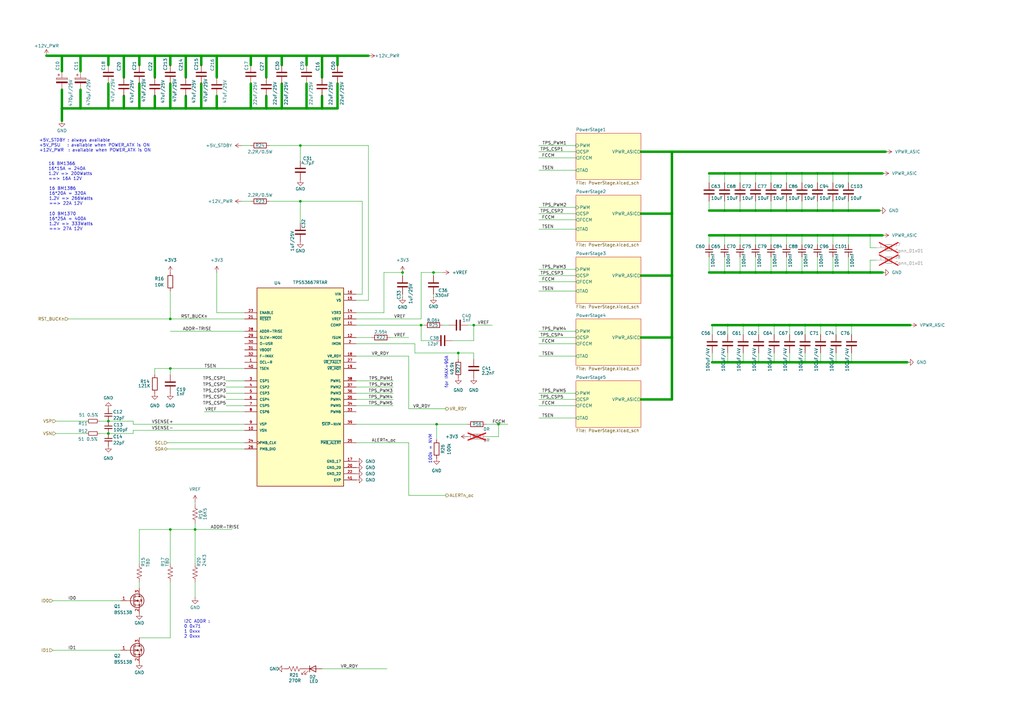
<source format=kicad_sch>
(kicad_sch (version 20231120) (generator "eeschema") (generator_version "8.0")
  (paper "A3")
  (junction (at 115.57 22.86))
  (junction (at 298.45 148.59))
  (junction (at 311.15 148.59))
  (junction (at 88.9 22.86))
  (junction (at 341.63 86.36))
  (junction (at 33.02 44.45))
  (junction (at 298.45 133.35))
  (junction (at 297.18 111.76))
  (junction (at 109.22 44.45))
  (junction (at 44.45 177.8))
  (junction (at 303.53 86.36))
  (junction (at 349.25 148.59))
  (junction (at 304.8 133.35))
  (junction (at 349.25 133.35))
  (junction (at 317.5 133.35))
  (junction (at 297.18 96.52))
  (junction (at 88.9 44.45))
  (junction (at 63.5 22.86))
  (junction (at 336.55 148.59))
  (junction (at 177.8 111.76))
  (junction (at 328.93 96.52))
  (junction (at 309.88 111.76))
  (junction (at 309.88 96.52))
  (junction (at 341.63 71.12))
  (junction (at 132.08 44.45))
  (junction (at 69.85 151.13))
  (junction (at 69.85 130.81))
  (junction (at 50.8 22.86))
  (junction (at 317.5 148.59))
  (junction (at 44.45 44.45))
  (junction (at 328.93 86.36))
  (junction (at 322.58 96.52))
  (junction (at 316.23 71.12))
  (junction (at 347.98 86.36))
  (junction (at 316.23 86.36))
  (junction (at 275.59 87.63))
  (junction (at 330.2 133.35))
  (junction (at 165.1 111.76))
  (junction (at 297.18 71.12))
  (junction (at 125.73 22.86))
  (junction (at 356.87 111.76))
  (junction (at 342.9 148.59))
  (junction (at 304.8 148.59))
  (junction (at 303.53 71.12))
  (junction (at 335.28 86.36))
  (junction (at 80.01 217.17))
  (junction (at 82.55 22.86))
  (junction (at 330.2 148.59))
  (junction (at 25.4 44.45))
  (junction (at 335.28 96.52))
  (junction (at 275.59 138.43))
  (junction (at 347.98 71.12))
  (junction (at 50.8 44.45))
  (junction (at 356.87 96.52))
  (junction (at 115.57 44.45))
  (junction (at 179.07 173.99))
  (junction (at 204.47 173.99))
  (junction (at 347.98 111.76))
  (junction (at 328.93 71.12))
  (junction (at 303.53 96.52))
  (junction (at 342.9 133.35))
  (junction (at 125.73 44.45))
  (junction (at 69.85 44.45))
  (junction (at 323.85 148.59))
  (junction (at 123.19 82.55))
  (junction (at 322.58 71.12))
  (junction (at 341.63 111.76))
  (junction (at 69.85 22.86))
  (junction (at 297.18 86.36))
  (junction (at 33.02 22.86))
  (junction (at 309.88 86.36))
  (junction (at 194.31 133.35))
  (junction (at 109.22 22.86))
  (junction (at 102.87 44.45))
  (junction (at 303.53 111.76))
  (junction (at 57.15 22.86))
  (junction (at 347.98 96.52))
  (junction (at 76.2 44.45))
  (junction (at 335.28 71.12))
  (junction (at 328.93 111.76))
  (junction (at 275.59 113.03))
  (junction (at 44.45 22.86))
  (junction (at 341.63 96.52))
  (junction (at 322.58 86.36))
  (junction (at 316.23 111.76))
  (junction (at 44.45 172.72))
  (junction (at 311.15 133.35))
  (junction (at 82.55 44.45))
  (junction (at 132.08 22.86))
  (junction (at 25.4 22.86))
  (junction (at 102.87 22.86))
  (junction (at 309.88 71.12))
  (junction (at 138.43 22.86))
  (junction (at 323.85 133.35))
  (junction (at 335.28 111.76))
  (junction (at 76.2 22.86))
  (junction (at 187.96 144.78))
  (junction (at 123.19 59.69))
  (junction (at 57.15 44.45))
  (junction (at 172.72 133.35))
  (junction (at 275.59 62.23))
  (junction (at 322.58 111.76))
  (junction (at 336.55 133.35))
  (junction (at 316.23 96.52))
  (junction (at 69.85 217.17))
  (junction (at 63.5 44.45))
  (wire (pts (xy 57.15 22.86) (xy 63.5 22.86)) (stroke (width 1)))
  (wire (pts (xy 316.23 86.36) (xy 322.58 86.36)) (stroke (width 1)))
  (wire (pts (xy 138.43 34.29) (xy 138.43 44.45)) (stroke (width 1)))
  (wire (pts (xy 297.18 105.41) (xy 297.18 111.76)))
  (wire (pts (xy 328.93 111.76) (xy 330.2 111.76)))
  (wire (pts (xy 220.98 138.43) (xy 236.22 138.43)))
  (wire (pts (xy 292.1 148.59) (xy 298.45 148.59)) (stroke (width 1)))
  (wire (pts (xy 335.28 96.52) (xy 341.63 96.52)) (stroke (width 1)))
  (wire (pts (xy 323.85 137.16) (xy 323.85 133.35)))
  (wire (pts (xy 146.05 128.27) (xy 157.48 128.27)))
  (wire (pts (xy 262.89 62.23) (xy 275.59 62.23)) (stroke (width 1)))
  (wire (pts (xy 342.9 148.59) (xy 349.25 148.59)) (stroke (width 1)))
  (wire (pts (xy 298.45 148.59) (xy 304.8 148.59)) (stroke (width 1)))
  (wire (pts (xy 304.8 137.16) (xy 304.8 133.35)))
  (wire (pts (xy 88.9 44.45) (xy 102.87 44.45)) (stroke (width 1)))
  (wire (pts (xy 342.9 144.78) (xy 342.9 148.59)))
  (wire (pts (xy 220.98 110.49) (xy 236.22 110.49)))
  (wire (pts (xy 347.98 71.12) (xy 361.95 71.12)) (stroke (width 1)))
  (wire (pts (xy 57.15 44.45) (xy 63.5 44.45)) (stroke (width 1)))
  (wire (pts (xy 349.25 148.59) (xy 372.11 148.59)) (stroke (width 1)))
  (wire (pts (xy 172.72 111.76) (xy 177.8 111.76)))
  (wire (pts (xy 297.18 82.55) (xy 297.18 86.36)))
  (wire (pts (xy 40.64 172.72) (xy 44.45 172.72)))
  (wire (pts (xy 146.05 161.29) (xy 161.29 161.29)))
  (wire (pts (xy 102.87 34.29) (xy 102.87 44.45)) (stroke (width 1)))
  (wire (pts (xy 125.73 22.86) (xy 132.08 22.86)) (stroke (width 1)))
  (wire (pts (xy 69.85 151.13) (xy 100.33 151.13)))
  (wire (pts (xy 309.88 86.36) (xy 316.23 86.36)) (stroke (width 1)))
  (wire (pts (xy 220.98 62.23) (xy 236.22 62.23)))
  (wire (pts (xy 309.88 82.55) (xy 309.88 86.36)))
  (wire (pts (xy 311.15 148.59) (xy 317.5 148.59)) (stroke (width 1)))
  (wire (pts (xy 309.88 105.41) (xy 309.88 111.76)))
  (wire (pts (xy 342.9 133.35) (xy 342.9 137.16)))
  (wire (pts (xy 194.31 133.35) (xy 201.93 133.35)))
  (wire (pts (xy 115.57 44.45) (xy 125.73 44.45)) (stroke (width 1)))
  (wire (pts (xy 341.63 96.52) (xy 341.63 100.33)))
  (wire (pts (xy 185.42 139.7) (xy 194.31 139.7)))
  (wire (pts (xy 102.87 44.45) (xy 109.22 44.45)) (stroke (width 1)))
  (wire (pts (xy 115.57 22.86) (xy 125.73 22.86)) (stroke (width 1)))
  (wire (pts (xy 54.61 176.53) (xy 54.61 177.8)))
  (wire (pts (xy 115.57 22.86) (xy 115.57 26.67)) (stroke (width 1)))
  (wire (pts (xy 157.48 111.76) (xy 165.1 111.76)))
  (wire (pts (xy 317.5 133.35) (xy 317.5 137.16)))
  (wire (pts (xy 167.64 167.64) (xy 167.64 146.05)))
  (wire (pts (xy 317.5 148.59) (xy 323.85 148.59)) (stroke (width 1)))
  (wire (pts (xy 341.63 86.36) (xy 347.98 86.36)) (stroke (width 1)))
  (wire (pts (xy 50.8 22.86) (xy 57.15 22.86)))
  (wire (pts (xy 303.53 74.93) (xy 303.53 71.12)))
  (wire (pts (xy 151.13 59.69) (xy 151.13 123.19)))
  (wire (pts (xy 316.23 71.12) (xy 316.23 74.93)))
  (wire (pts (xy 328.93 96.52) (xy 335.28 96.52)) (stroke (width 1)))
  (wire (pts (xy 102.87 59.69) (xy 99.06 59.69)))
  (wire (pts (xy 342.9 133.35) (xy 344.17 133.35)))
  (wire (pts (xy 220.98 85.09) (xy 236.22 85.09)))
  (wire (pts (xy 323.85 144.78) (xy 323.85 148.59)))
  (wire (pts (xy 298.45 144.78) (xy 298.45 148.59)))
  (wire (pts (xy 335.28 71.12) (xy 335.28 74.93)))
  (wire (pts (xy 322.58 100.33) (xy 322.58 96.52)))
  (wire (pts (xy 88.9 22.86) (xy 102.87 22.86)))
  (wire (pts (xy 194.31 144.78) (xy 187.96 144.78)))
  (wire (pts (xy 347.98 86.36) (xy 360.68 86.36)) (stroke (width 1)))
  (wire (pts (xy 341.63 71.12) (xy 342.9 71.12)))
  (wire (pts (xy 356.87 106.68) (xy 356.87 111.76)))
  (wire (pts (xy 297.18 96.52) (xy 303.53 96.52)) (stroke (width 1)))
  (wire (pts (xy 349.25 133.35) (xy 373.38 133.35)) (stroke (width 1)))
  (wire (pts (xy 21.59 246.38) (xy 49.53 246.38)))
  (wire (pts (xy 303.53 111.76) (xy 304.8 111.76)))
  (wire (pts (xy 179.07 173.99) (xy 191.77 173.99)))
  (wire (pts (xy 336.55 144.78) (xy 336.55 148.59)))
  (wire (pts (xy 146.05 163.83) (xy 161.29 163.83)))
  (wire (pts (xy 109.22 39.37) (xy 109.22 44.45)) (stroke (width 1)))
  (wire (pts (xy 341.63 105.41) (xy 341.63 111.76)))
  (wire (pts (xy 187.96 144.78) (xy 187.96 147.32)))
  (wire (pts (xy 290.83 105.41) (xy 290.83 111.76)))
  (wire (pts (xy 19.05 22.86) (xy 25.4 22.86)) (stroke (width 1)))
  (wire (pts (xy 303.53 105.41) (xy 303.53 111.76)))
  (wire (pts (xy 297.18 96.52) (xy 297.18 100.33)))
  (wire (pts (xy 146.05 181.61) (xy 167.64 181.61)))
  (wire (pts (xy 115.57 34.29) (xy 115.57 44.45)) (stroke (width 1)))
  (wire (pts (xy 146.05 156.21) (xy 161.29 156.21)))
  (wire (pts (xy 275.59 138.43) (xy 275.59 113.03)) (stroke (width 1)))
  (wire (pts (xy 172.72 133.35) (xy 172.72 139.7)))
  (wire (pts (xy 76.2 39.37) (xy 76.2 44.45)) (stroke (width 1)))
  (wire (pts (xy 199.39 173.99) (xy 204.47 173.99)))
  (wire (pts (xy 328.93 71.12) (xy 335.28 71.12)) (stroke (width 1)))
  (wire (pts (xy 341.63 96.52) (xy 347.98 96.52)) (stroke (width 1)))
  (wire (pts (xy 165.1 111.76) (xy 165.1 113.03)))
  (wire (pts (xy 25.4 29.21) (xy 25.4 25.4)))
  (wire (pts (xy 262.89 113.03) (xy 275.59 113.03)) (stroke (width 1)))
  (wire (pts (xy 335.28 96.52) (xy 335.28 100.33)))
  (wire (pts (xy 44.45 172.72) (xy 54.61 172.72)))
  (wire (pts (xy 82.55 22.86) (xy 82.55 26.67)) (stroke (width 1)))
  (wire (pts (xy 80.01 217.17) (xy 95.25 217.17)))
  (wire (pts (xy 76.2 22.86) (xy 82.55 22.86)))
  (wire (pts (xy 69.85 119.38) (xy 69.85 130.81)))
  (wire (pts (xy 172.72 133.35) (xy 173.99 133.35)))
  (wire (pts (xy 204.47 179.07) (xy 204.47 173.99)))
  (wire (pts (xy 330.2 148.59) (xy 336.55 148.59)) (stroke (width 1)))
  (wire (pts (xy 298.45 133.35) (xy 298.45 137.16)))
  (wire (pts (xy 102.87 22.86) (xy 102.87 26.67)) (stroke (width 1)))
  (wire (pts (xy 138.43 22.86) (xy 138.43 26.67)) (stroke (width 1)))
  (wire (pts (xy 25.4 36.83) (xy 25.4 44.45)) (stroke (width 1)))
  (wire (pts (xy 191.77 133.35) (xy 194.31 133.35)))
  (wire (pts (xy 298.45 133.35) (xy 304.8 133.35)) (stroke (width 1)))
  (wire (pts (xy 303.53 111.76) (xy 309.88 111.76)) (stroke (width 1)))
  (wire (pts (xy 309.88 96.52) (xy 316.23 96.52)) (stroke (width 1)))
  (wire (pts (xy 290.83 71.12) (xy 297.18 71.12)) (stroke (width 1)))
  (wire (pts (xy 109.22 22.86) (xy 115.57 22.86)) (stroke (width 1)))
  (wire (pts (xy 336.55 133.35) (xy 342.9 133.35)) (stroke (width 1)))
  (wire (pts (xy 69.85 34.29) (xy 69.85 44.45)) (stroke (width 1)))
  (wire (pts (xy 69.85 238.76) (xy 69.85 261.62)))
  (wire (pts (xy 347.98 86.36) (xy 350.52 86.36)))
  (wire (pts (xy 322.58 111.76) (xy 328.93 111.76)) (stroke (width 1)))
  (wire (pts (xy 322.58 74.93) (xy 322.58 71.12)))
  (wire (pts (xy 220.98 146.05) (xy 236.22 146.05)))
  (wire (pts (xy 102.87 82.55) (xy 99.06 82.55)))
  (wire (pts (xy 317.5 144.78) (xy 317.5 148.59)))
  (wire (pts (xy 44.45 22.86) (xy 44.45 26.67)) (stroke (width 1)))
  (wire (pts (xy 92.71 161.29) (xy 100.33 161.29)))
  (wire (pts (xy 132.08 39.37) (xy 132.08 44.45)) (stroke (width 1)))
  (wire (pts (xy 335.28 82.55) (xy 335.28 86.36)))
  (wire (pts (xy 349.25 148.59) (xy 351.79 148.59)))
  (wire (pts (xy 88.9 111.76) (xy 88.9 128.27)))
  (wire (pts (xy 322.58 105.41) (xy 322.58 111.76)))
  (wire (pts (xy 220.98 113.03) (xy 236.22 113.03)))
  (wire (pts (xy 57.15 217.17) (xy 57.15 231.14)))
  (wire (pts (xy 347.98 82.55) (xy 347.98 86.36)))
  (wire (pts (xy 92.71 158.75) (xy 100.33 158.75)))
  (wire (pts (xy 290.83 71.12) (xy 290.83 74.93)))
  (wire (pts (xy 63.5 39.37) (xy 63.5 44.45)) (stroke (width 1)))
  (wire (pts (xy 69.85 151.13) (xy 69.85 153.67)))
  (wire (pts (xy 220.98 90.17) (xy 236.22 90.17)))
  (wire (pts (xy 148.59 120.65) (xy 148.59 82.55)))
  (wire (pts (xy 50.8 22.86) (xy 50.8 31.75)) (stroke (width 1)))
  (wire (pts (xy 57.15 34.29) (xy 57.15 44.45)) (stroke (width 1)))
  (wire (pts (xy 220.98 59.69) (xy 236.22 59.69)))
  (wire (pts (xy 342.9 133.35) (xy 349.25 133.35)) (stroke (width 1)))
  (wire (pts (xy 322.58 111.76) (xy 323.85 111.76)))
  (wire (pts (xy 309.88 96.52) (xy 311.15 96.52)))
  (wire (pts (xy 44.45 177.8) (xy 54.61 177.8)))
  (wire (pts (xy 335.28 111.76) (xy 341.63 111.76)) (stroke (width 1)))
  (wire (pts (xy 303.53 96.52) (xy 309.88 96.52)) (stroke (width 1)))
  (wire (pts (xy 341.63 111.76) (xy 344.17 111.76)))
  (wire (pts (xy 322.58 86.36) (xy 328.93 86.36)) (stroke (width 1)))
  (wire (pts (xy 290.83 82.55) (xy 290.83 86.36)))
  (wire (pts (xy 88.9 22.86) (xy 102.87 22.86)) (stroke (width 1)))
  (wire (pts (xy 69.85 130.81) (xy 100.33 130.81)))
  (wire (pts (xy 275.59 163.83) (xy 275.59 138.43)) (stroke (width 1)))
  (wire (pts (xy 146.05 173.99) (xy 179.07 173.99)))
  (wire (pts (xy 170.18 144.78) (xy 170.18 140.97)))
  (wire (pts (xy 341.63 86.36) (xy 342.9 86.36)))
  (wire (pts (xy 323.85 133.35) (xy 330.2 133.35)) (stroke (width 1)))
  (wire (pts (xy 83.82 168.91) (xy 100.33 168.91)))
  (wire (pts (xy 44.45 44.45) (xy 50.8 44.45)) (stroke (width 1)))
  (wire (pts (xy 309.88 111.76) (xy 316.23 111.76)) (stroke (width 1)))
  (wire (pts (xy 220.98 115.57) (xy 236.22 115.57)))
  (wire (pts (xy 328.93 96.52) (xy 328.93 100.33)))
  (wire (pts (xy 336.55 148.59) (xy 342.9 148.59)) (stroke (width 1)))
  (wire (pts (xy 125.73 34.29) (xy 125.73 44.45)) (stroke (width 1)))
  (wire (pts (xy 57.15 217.17) (xy 69.85 217.17)))
  (wire (pts (xy 322.58 71.12) (xy 328.93 71.12)) (stroke (width 1)))
  (wire (pts (xy 181.61 133.35) (xy 184.15 133.35)))
  (wire (pts (xy 57.15 238.76) (xy 57.15 241.3)))
  (wire (pts (xy 347.98 71.12) (xy 350.52 71.12)))
  (wire (pts (xy 328.93 111.76) (xy 335.28 111.76)) (stroke (width 1)))
  (wire (pts (xy 165.1 121.92) (xy 165.1 120.65)))
  (wire (pts (xy 336.55 133.35) (xy 336.55 137.16)))
  (wire (pts (xy 220.98 119.38) (xy 236.22 119.38)))
  (wire (pts (xy 123.19 59.69) (xy 110.49 59.69)))
  (wire (pts (xy 220.98 69.85) (xy 236.22 69.85)))
  (wire (pts (xy 297.18 71.12) (xy 303.53 71.12)) (stroke (width 1)))
  (wire (pts (xy 297.18 71.12) (xy 297.18 74.93)))
  (wire (pts (xy 146.05 133.35) (xy 172.72 133.35)))
  (wire (pts (xy 146.05 138.43) (xy 152.4 138.43)))
  (wire (pts (xy 322.58 96.52) (xy 328.93 96.52)) (stroke (width 1)))
  (wire (pts (xy 125.73 22.86) (xy 125.73 26.67)) (stroke (width 1)))
  (wire (pts (xy 100.33 184.15) (xy 68.58 184.15)))
  (wire (pts (xy 50.8 39.37) (xy 50.8 44.45)) (stroke (width 1)))
  (wire (pts (xy 63.5 22.86) (xy 63.5 31.75)) (stroke (width 1)))
  (wire (pts (xy 63.5 44.45) (xy 69.85 44.45)) (stroke (width 1)))
  (wire (pts (xy 328.93 105.41) (xy 328.93 111.76)))
  (wire (pts (xy 347.98 111.76) (xy 356.87 111.76)) (stroke (width 1)))
  (wire (pts (xy 290.83 86.36) (xy 297.18 86.36)) (stroke (width 1)))
  (wire (pts (xy 328.93 86.36) (xy 335.28 86.36)) (stroke (width 1)))
  (wire (pts (xy 88.9 39.37) (xy 88.9 44.45)) (stroke (width 1)))
  (wire (pts (xy 309.88 96.52) (xy 309.88 100.33)))
  (wire (pts (xy 170.18 140.97) (xy 146.05 140.97)))
  (wire (pts (xy 88.9 128.27) (xy 100.33 128.27)))
  (wire (pts (xy 179.07 173.99) (xy 179.07 180.34)))
  (wire (pts (xy 347.98 96.52) (xy 356.87 96.52)) (stroke (width 1)))
  (wire (pts (xy 311.15 144.78) (xy 311.15 148.59)))
  (wire (pts (xy 316.23 96.52) (xy 316.23 100.33)))
  (wire (pts (xy 109.22 22.86) (xy 109.22 31.75)) (stroke (width 1)))
  (wire (pts (xy 22.86 172.72) (xy 35.56 172.72)))
  (wire (pts (xy 146.05 146.05) (xy 167.64 146.05)))
  (wire (pts (xy 132.08 22.86) (xy 138.43 22.86)) (stroke (width 1)))
  (wire (pts (xy 123.19 59.69) (xy 151.13 59.69)))
  (wire (pts (xy 309.88 71.12) (xy 309.88 74.93)))
  (wire (pts (xy 102.87 22.86) (xy 109.22 22.86)))
  (wire (pts (xy 316.23 105.41) (xy 316.23 111.76)))
  (wire (pts (xy 297.18 111.76) (xy 303.53 111.76)) (stroke (width 1)))
  (wire (pts (xy 25.4 22.86) (xy 33.02 22.86)) (stroke (width 1)))
  (wire (pts (xy 316.23 111.76) (xy 322.58 111.76)) (stroke (width 1)))
  (wire (pts (xy 63.5 22.86) (xy 69.85 22.86)) (stroke (width 1)))
  (wire (pts (xy 109.22 44.45) (xy 115.57 44.45)) (stroke (width 1)))
  (wire (pts (xy 323.85 148.59) (xy 330.2 148.59)) (stroke (width 1)))
  (wire (pts (xy 220.98 163.83) (xy 236.22 163.83)))
  (wire (pts (xy 69.85 151.13) (xy 63.5 151.13)))
  (wire (pts (xy 146.05 166.37) (xy 161.29 166.37)))
  (wire (pts (xy 317.5 133.35) (xy 323.85 133.35)) (stroke (width 1)))
  (wire (pts (xy 194.31 144.78) (xy 194.31 147.32)))
  (wire (pts (xy 220.98 135.89) (xy 236.22 135.89)))
  (wire (pts (xy 304.8 144.78) (xy 304.8 148.59)))
  (wire (pts (xy 220.98 171.45) (xy 236.22 171.45)))
  (wire (pts (xy 57.15 22.86) (xy 57.15 26.67)) (stroke (width 1)))
  (wire (pts (xy 220.98 161.29) (xy 236.22 161.29)))
  (wire (pts (xy 297.18 86.36) (xy 303.53 86.36)) (stroke (width 1)))
  (wire (pts (xy 146.05 120.65) (xy 148.59 120.65)))
  (wire (pts (xy 304.8 133.35) (xy 311.15 133.35)) (stroke (width 1)))
  (wire (pts (xy 220.98 140.97) (xy 236.22 140.97)))
  (wire (pts (xy 57.15 261.62) (xy 69.85 261.62)))
  (wire (pts (xy 182.88 167.64) (xy 167.64 167.64)))
  (wire (pts (xy 44.45 22.86) (xy 50.8 22.86)) (stroke (width 1)))
  (wire (pts (xy 123.19 82.55) (xy 148.59 82.55)))
  (wire (pts (xy 199.39 179.07) (xy 204.47 179.07)))
  (wire (pts (xy 303.53 82.55) (xy 303.53 86.36)))
  (wire (pts (xy 92.71 156.21) (xy 100.33 156.21)))
  (wire (pts (xy 80.01 238.76) (xy 80.01 245.11)))
  (wire (pts (xy 220.98 93.98) (xy 236.22 93.98)))
  (wire (pts (xy 349.25 144.78) (xy 349.25 148.59)))
  (wire (pts (xy 82.55 44.45) (xy 88.9 44.45)) (stroke (width 1)))
  (wire (pts (xy 335.28 111.76) (xy 336.55 111.76)))
  (wire (pts (xy 316.23 96.52) (xy 322.58 96.52)) (stroke (width 1)))
  (wire (pts (xy 123.19 82.55) (xy 123.19 91.44)))
  (wire (pts (xy 54.61 173.99) (xy 100.33 173.99)))
  (wire (pts (xy 181.61 111.76) (xy 177.8 111.76)))
  (wire (pts (xy 102.87 22.86) (xy 109.22 22.86)) (stroke (width 1)))
  (wire (pts (xy 22.86 177.8) (xy 35.56 177.8)))
  (wire (pts (xy 54.61 176.53) (xy 100.33 176.53)))
  (wire (pts (xy 328.93 82.55) (xy 328.93 86.36)))
  (wire (pts (xy 292.1 133.35) (xy 298.45 133.35)) (stroke (width 1)))
  (wire (pts (xy 69.85 22.86) (xy 76.2 22.86)))
  (wire (pts (xy 160.02 138.43) (xy 167.64 138.43)))
  (wire (pts (xy 69.85 217.17) (xy 69.85 231.14)))
  (wire (pts (xy 290.83 96.52) (xy 290.83 100.33)))
  (wire (pts (xy 157.48 128.27) (xy 157.48 111.76)))
  (wire (pts (xy 322.58 96.52) (xy 323.85 96.52)))
  (wire (pts (xy 25.4 22.86) (xy 25.4 29.21)) (stroke (width 1)))
  (wire (pts (xy 309.88 71.12) (xy 316.23 71.12)) (stroke (width 1)))
  (wire (pts (xy 69.85 22.86) (xy 76.2 22.86)) (stroke (width 1)))
  (wire (pts (xy 330.2 144.78) (xy 330.2 148.59)))
  (wire (pts (xy 328.93 96.52) (xy 330.2 96.52)))
  (wire (pts (xy 316.23 96.52) (xy 317.5 96.52)))
  (wire (pts (xy 341.63 71.12) (xy 341.63 74.93)))
  (wire (pts (xy 347.98 96.52) (xy 347.98 100.33)))
  (wire (pts (xy 57.15 44.45) (xy 50.8 44.45)) (stroke (width 1)))
  (wire (pts (xy 341.63 111.76) (xy 347.98 111.76)) (stroke (width 1)))
  (wire (pts (xy 82.55 34.29) (xy 82.55 44.45)) (stroke (width 1)))
  (wire (pts (xy 109.22 22.86) (xy 115.57 22.86)))
  (wire (pts (xy 33.02 29.21) (xy 33.02 22.86)) (stroke (width 1)))
  (wire (pts (xy 63.5 151.13) (xy 63.5 153.67)))
  (wire (pts (xy 220.98 64.77) (xy 236.22 64.77)))
  (wire (pts (xy 262.89 87.63) (xy 275.59 87.63)) (stroke (width 1)))
  (wire (pts (xy 123.19 59.69) (xy 123.19 66.04)))
  (wire (pts (xy 33.02 36.83) (xy 33.02 44.45)) (stroke (width 1)))
  (wire (pts (xy 359.41 101.6) (xy 356.87 101.6)))
  (wire (pts (xy 347.98 71.12) (xy 347.98 74.93)))
  (wire (pts (xy 82.55 22.86) (xy 88.9 22.86)))
  (wire (pts (xy 88.9 22.86) (xy 88.9 31.75)) (stroke (width 1)))
  (wire (pts (xy 172.72 139.7) (xy 177.8 139.7)))
  (wire (pts (xy 146.05 130.81) (xy 172.72 130.81)))
  (wire (pts (xy 170.18 144.78) (xy 187.96 144.78)))
  (wire (pts (xy 146.05 123.19) (xy 151.13 123.19)))
  (wire (pts (xy 303.53 86.36) (xy 309.88 86.36)) (stroke (width 1)))
  (wire (pts (xy 132.08 22.86) (xy 132.08 31.75)) (stroke (width 1)))
  (wire (pts (xy 69.85 135.89) (xy 100.33 135.89)))
  (wire (pts (xy 347.98 111.76) (xy 351.79 111.76)))
  (wire (pts (xy 167.64 181.61) (xy 167.64 203.2)))
  (wire (pts (xy 82.55 22.86) (xy 88.9 22.86)) (stroke (width 1)))
  (wire (pts (xy 123.19 82.55) (xy 110.49 82.55)))
  (wire (pts (xy 275.59 87.63) (xy 275.59 62.23)) (stroke (width 1)))
  (wire (pts (xy 356.87 101.6) (xy 356.87 96.52)))
  (wire (pts (xy 349.25 133.35) (xy 351.79 133.35)))
  (wire (pts (xy 322.58 82.55) (xy 322.58 86.36)))
  (wire (pts (xy 177.8 111.76) (xy 177.8 113.03)))
  (wire (pts (xy 25.4 44.45) (xy 33.02 44.45)) (stroke (width 1)))
  (wire (pts (xy 40.64 177.8) (xy 44.45 177.8)))
  (wire (pts (xy 335.28 105.41) (xy 335.28 111.76)))
  (wire (pts (xy 69.85 217.17) (xy 80.01 217.17)))
  (wire (pts (xy 69.85 44.45) (xy 76.2 44.45)) (stroke (width 1)))
  (wire (pts (xy 115.57 22.86) (xy 120.65 22.86)))
  (wire (pts (xy 80.01 214.63) (xy 80.01 217.17)))
  (wire (pts (xy 290.83 96.52) (xy 297.18 96.52)) (stroke (width 1)))
  (wire (pts (xy 330.2 133.35) (xy 330.2 137.16)))
  (wire (pts (xy 311.15 133.35) (xy 317.5 133.35)) (stroke (width 1)))
  (wire (pts (xy 292.1 133.35) (xy 292.1 137.16)))
  (wire (pts (xy 304.8 148.59) (xy 311.15 148.59)) (stroke (width 1)))
  (wire (pts (xy 303.53 96.52) (xy 304.8 96.52)))
  (wire (pts (xy 341.63 96.52) (xy 344.17 96.52)))
  (wire (pts (xy 309.88 111.76) (xy 311.15 111.76)))
  (wire (pts (xy 316.23 71.12) (xy 322.58 71.12)) (stroke (width 1)))
  (wire (pts (xy 57.15 22.86) (xy 63.5 22.86)))
  (wire (pts (xy 92.71 163.83) (xy 100.33 163.83)))
  (wire (pts (xy 125.73 44.45) (xy 132.08 44.45)) (stroke (width 1)))
  (wire (pts (xy 76.2 22.86) (xy 76.2 31.75)) (stroke (width 1)))
  (wire (pts (xy 25.4 44.45) (xy 25.4 49.53)) (stroke (width 1)))
  (wire (pts (xy 69.85 22.86) (xy 69.85 26.67)) (stroke (width 1)))
  (wire (pts (xy 177.8 120.65) (xy 177.8 121.92)))
  (wire (pts (xy 21.59 266.7) (xy 49.53 266.7)))
  (wire (pts (xy 220.98 87.63) (xy 236.22 87.63)))
  (wire (pts (xy 100.33 181.61) (xy 68.58 181.61)))
  (wire (pts (xy 330.2 133.35) (xy 336.55 133.35)) (stroke (width 1)))
  (wire (pts (xy 92.71 166.37) (xy 100.33 166.37)))
  (wire (pts (xy 335.28 86.36) (xy 341.63 86.36)) (stroke (width 1)))
  (wire (pts (xy 311.15 133.35) (xy 311.15 137.16)))
  (wire (pts (xy 80.01 207.01) (xy 80.01 205.74)))
  (wire (pts (xy 262.89 163.83) (xy 275.59 163.83)) (stroke (width 1)))
  (wire (pts (xy 335.28 96.52) (xy 336.55 96.52)))
  (wire (pts (xy 138.43 22.86) (xy 151.13 22.86)) (stroke (width 1)))
  (wire (pts (xy 262.89 138.43) (xy 275.59 138.43)) (stroke (width 1)))
  (wire (pts (xy 76.2 22.86) (xy 82.55 22.86)) (stroke (width 1)))
  (wire (pts (xy 347.98 105.41) (xy 347.98 111.76)))
  (wire (pts (xy 194.31 133.35) (xy 194.31 139.7)))
  (wire (pts (xy 356.87 96.52) (xy 361.95 96.52)) (stroke (width 1)))
  (wire (pts (xy 132.08 44.45) (xy 138.43 44.45)) (stroke (width 1)))
  (wire (pts (xy 356.87 111.76) (xy 361.95 111.76)) (stroke (width 1)))
  (wire (pts (xy 341.63 71.12) (xy 347.98 71.12)) (stroke (width 1)))
  (wire (pts (xy 303.53 71.12) (xy 309.88 71.12)) (stroke (width 1)))
  (wire (pts (xy 172.72 130.81) (xy 172.72 111.76)))
  (wire (pts (xy 132.08 274.32) (xy 158.75 274.32)))
  (wire (pts (xy 33.02 22.86) (xy 44.45 22.86)) (stroke (width 1)))
  (wire (pts (xy 359.41 106.68) (xy 356.87 106.68)))
  (wire (pts (xy 349.25 133.35) (xy 349.25 137.16)))
  (wire (pts (xy 328.93 71.12) (xy 328.93 74.93)))
  (wire (pts (xy 316.23 111.76) (xy 317.5 111.76)))
  (wire (pts (xy 50.8 22.86) (xy 57.15 22.86)) (stroke (width 1)))
  (wire (pts (xy 347.98 96.52) (xy 351.79 96.52)))
  (wire (pts (xy 44.45 34.29) (xy 44.45 44.45)) (stroke (width 1)))
  (wire (pts (xy 80.01 217.17) (xy 80.01 231.14)))
  (wire (pts (xy 316.23 82.55) (xy 316.23 86.36)))
  (wire (pts (xy 275.59 113.03) (xy 275.59 87.63)) (stroke (width 1)))
  (wire (pts (xy 341.63 82.55) (xy 341.63 86.36)))
  (wire (pts (xy 292.1 144.78) (xy 292.1 148.59)))
  (wire (pts (xy 290.83 111.76) (xy 297.18 111.76)) (stroke (width 1)))
  (wire (pts (xy 76.2 44.45) (xy 82.55 44.45)) (stroke (width 1)))
  (wire (pts (xy 167.64 203.2) (xy 182.88 203.2)))
  (wire (pts (xy 63.5 22.86) (xy 69.85 22.86)))
  (wire (pts (xy 146.05 158.75) (xy 161.29 158.75)))
  (wire (pts (xy 33.02 44.45) (xy 44.45 44.45)) (stroke (width 1)))
  (wire (pts (xy 27.94 130.81) (xy 69.85 130.81)))
  (wire (pts (xy 275.59 62.23) (xy 363.22 62.23)) (stroke (width 1)))
  (wire (pts (xy 303.53 100.33) (xy 303.53 96.52)))
  (wire (pts (xy 220.98 166.37) (xy 236.22 166.37)))
  (wire (pts (xy 54.61 172.72) (xy 54.61 173.99)))
  (wire (pts (xy 342.9 148.59) (xy 344.17 148.59)))
  (wire (pts (xy 204.47 173.99) (xy 208.28 173.99)))
  (wire (pts (xy 335.28 71.12) (xy 341.63 71.12)) (stroke (width 1)))
  (text "for IMAX=90A" (at 183.134 152.654 90) (effects (font (size 1.27 1.27))))
  (text "16 BM1366\n16*15A = 240A\n1.2V => 200Watts\n==> 16A 12V" (at 19.812 70.358 0) (effects (font (size 1.27 1.27)) (justify left)))
  (text "+5V_STDBY : always available\n+5V_PSU   : available when POWER_ATX is ON\n+12V_PWR  : available when POWER_ATX is ON" (at 16.002 59.69 0) (effects (font (size 1.27 1.27)) (justify left)))
  (text "10 BM1370\n16*25A = 400A\n1.2V => 333Watts\n==> 27A 12V" (at 20.066 90.932 0) (effects (font (size 1.27 1.27)) (justify left)))
  (text "I2C ADDR :\n0 0x71\n1 0xxx\n2 0xxx" (at 75.438 261.874 0) (effects (font (size 1.27 1.27)) (justify left bottom)))
  (text "16 BM1386\n16*20A = 320A\n1.2V => 266Watts\n==> 22A 12V" (at 20.066 80.518 0) (effects (font (size 1.27 1.27)) (justify left)))
  (text "100k = NVM" (at 176.53 184.15 90) (effects (font (size 1.27 1.27))))
  (label "TPS_CSP4" (at 92.71 163.83 180))
  (label "TSEN" (at 222.25 171.45 0))
  (label "ID1" (at 27.94 266.7 0))
  (label "VREF" (at 166.37 130.81 180))
  (label "VSENSE+" (at 71.12 173.99 180))
  (label "ADDR-TRISE" (at 74.93 135.89 0))
  (label "TPS_PWM5" (at 151.13 166.37 0))
  (label "TPS_PWM4" (at 151.13 163.83 0))
  (label "TPS_PWM4" (at 222.25 135.89 0))
  (label "RST_BUCKn" (at 85.09 130.81 180))
  (label "TPS_PWM2" (at 232.41 85.09 180))
  (label "TPS_PWM2" (at 161.29 158.75 180))
  (label "TPS_CSP2" (at 231.14 87.63 180))
  (label "FCCM" (at 222.25 64.77 0))
  (label "VREF" (at 88.9 168.91 180))
  (label "VR_RDY" (at 139.7 274.32 0))
  (label "TPS_CSP3" (at 92.71 161.29 180))
  (label "TPS_CSP5" (at 231.14 163.83 180))
  (label "ID0" (at 27.94 246.38 0))
  (label "TPS_PWM1" (at 161.29 156.21 180))
  (label "FCCM" (at 222.25 140.97 0))
  (label "TPS_CSP1" (at 92.71 156.21 180))
  (label "TPS_PWM3" (at 151.13 161.29 0))
  (label "TPS_PWM5" (at 222.25 161.29 0))
  (label "TSEN" (at 222.25 146.05 0))
  (label "FCCM" (at 222.25 166.37 0))
  (label "VR_RDY" (at 176.53 167.64 180))
  (label "FCCM" (at 201.93 173.99 0))
  (label "FCCM" (at 222.25 115.57 0))
  (label "TPS_CSP4" (at 231.14 138.43 180))
  (label "ALERTn_oc" (at 152.4 181.61 0))
  (label "VR_RDY" (at 152.4 146.05 0))
  (label "TPS_PWM3" (at 222.25 110.49 0))
  (label "TSEN" (at 222.25 119.38 0))
  (label "VREF" (at 200.66 133.35 180))
  (label "TPS_PWM1" (at 232.41 59.69 180))
  (label "TSEN" (at 222.25 93.98 0))
  (label "ADDR-TRISE" (at 86.36 217.17 0))
  (label "TPS_CSP3" (at 231.14 113.03 180))
  (label "FCCM" (at 222.25 90.17 0))
  (label "VSENSE-" (at 71.12 176.53 180))
  (label "TSEN" (at 83.82 151.13 0))
  (label "TPS_CSP2" (at 92.71 158.75 180))
  (label "TSEN" (at 222.25 69.85 0))
  (label "TPS_CSP5" (at 92.71 166.37 180))
  (label "VREF" (at 166.37 138.43 180))
  (label "TPS_CSP1" (at 231.14 62.23 180))
  (hierarchical_label "SCL" (shape input) (at 68.58 181.61 180))
  (hierarchical_label "ALERTn_oc" (shape output) (at 182.88 203.2 0))
  (hierarchical_label "VSP" (shape input) (at 22.86 172.72 180))
  (hierarchical_label "SDA" (shape bidirectional) (at 68.58 184.15 180))
  (hierarchical_label "VSN" (shape input) (at 22.86 177.8 180))
  (hierarchical_label "ID0" (shape input) (at 21.59 246.38 180))
  (hierarchical_label "ID1" (shape input) (at 21.59 266.7 180))
  (hierarchical_label "RST_BUCKn" (shape input) (at 27.94 130.81 180))
  (hierarchical_label "VR_RDY" (shape output) (at 182.88 167.64 0))
  (symbol (lib_id "Device:C") (at 44.45 30.48 0) (unit 1)
    (property "Reference" "C18" (at 42.418 28.956 90) (effects (justify left)))
    (property "Value" "47uF/25V" (at 46.228 41.91 90) (effects (justify left)))
    (property "Footprint" "Capacitor_SMD:C_1210_3225Metric" (effects (hide yes)))
    (property "Description" "MLCC - CMS 963-MSAST32MAB5476MP RPLCMT PN 25V 47uF X5R 1210 20%" (effects (hide yes)))
    (property "P/N MOUSER" "963-TMK325ABJ476MM-P" (effects (hide yes)))
  )
  (symbol (lib_id "Device:C") (at 303.53 78.74 0) (unit 1)
    (property "Reference" "C72" (at 304.292 76.454 0) (effects (justify left)))
    (property "Value" "10uF" (at 304.292 81.28 0) (effects (justify left)))
    (property "Footprint" "Capacitor_SMD:C_0805_2012Metric" (effects (hide yes)))
  )
  (symbol (lib_id "Device:C") (at 309.88 78.74 0) (unit 1)
    (property "Reference" "C77" (at 310.642 76.454 0) (effects (justify left)))
    (property "Value" "10uF" (at 310.642 81.28 0) (effects (justify left)))
    (property "Footprint" "Capacitor_SMD:C_0805_2012Metric" (effects (hide yes)))
  )
  (symbol (lib_name "GND_5") (lib_id "power:GND") (at 123.19 99.06 0) (mirror y) (unit 1)
    (property "Reference" "#PWR0117" (effects (hide yes)))
    (property "Value" "GND" (at 123.19 102.87 0))
    (property "Description" "Power symbol creates a global label with name \"GND\" , ground" (effects (hide yes)))
  )
  (symbol (lib_id "power:GND") (at 80.01 245.11 0) (unit 1)
    (property "Reference" "#PWR0110" (effects (hide yes)))
    (property "Value" "GND" (at 80.01 249.174 0))
    (property "Description" "Power symbol creates a global label with name \"GND\" , ground" (effects (hide yes)))
  )
  (symbol (lib_id "power:VDD") (at 361.95 71.12 270) (unit 1)
    (property "Reference" "#PWR0135" (effects (hide yes)))
    (property "Value" "VPWR_ASIC" (at 365.76 71.12 90) (effects (justify left)))
    (property "Description" "Power symbol creates a global label with name \"VDD\"" (effects (hide yes)))
  )
  (symbol (lib_id "Device:R_Small") (at 38.1 172.72 90) (unit 1)
    (property "Reference" "R11" (at 34.036 173.736 90))
    (property "Value" "51 0.5%" (at 36.322 170.18 90))
    (property "Footprint" "Resistor_SMD:R_0805_2012Metric" (effects (hide yes)))
    (property "Description" "Resistor, small symbol" (effects (hide yes)))
  )
  (symbol (lib_id "Device:C_Small") (at 290.83 102.87 0) (unit 1)
    (property "Reference" "C60" (at 285.242 101.092 0) (effects (justify left)))
    (property "Value" "100nF" (at 292.354 109.728 90) (effects (justify left)))
    (property "Footprint" "Capacitor_SMD:C_0805_2012Metric" (effects (hide yes)))
    (property "P/N MOUSER" "791-SH21B104K101CT" (effects (hide yes)))
  )
  (symbol (lib_id "Device:C") (at 347.98 78.74 0) (unit 1)
    (property "Reference" "C103" (at 348.742 76.454 0) (effects (justify left)))
    (property "Value" "10uF" (at 348.742 81.28 0) (effects (justify left)))
    (property "Footprint" "Capacitor_SMD:C_0805_2012Metric" (effects (hide yes)))
  )
  (symbol (lib_id "Transistor_FET:BSS138") (at 54.61 246.38 0) (unit 1)
    (property "Reference" "Q1" (at 46.736 248.666 0) (effects (justify left)))
    (property "Value" "BSS138" (at 46.736 251.206 0) (effects (justify left)))
    (property "Footprint" "Package_TO_SOT_SMD:SOT-23" (effects (hide yes)))
    (property "Datasheet" "https://www.onsemi.com/pub/Collateral/BSS138-D.PDF" (effects (hide yes)))
    (property "Description" "50V Vds, 0.22A Id, N-Channel MOSFET, SOT-23" (effects (hide yes)))
  )
  (symbol (lib_id "Device:R") (at 177.8 133.35 270) (unit 1)
    (property "Reference" "R25" (at 177.8 133.35 90))
    (property "Value" "8.06k" (at 177.8 131.318 90))
    (property "Footprint" "Resistor_SMD:R_0805_2012Metric" (effects (hide yes)))
    (property "Description" "Resistor" (effects (hide yes)))
  )
  (symbol (lib_name "GND_6") (lib_id "power:GND") (at 146.05 189.23 90) (unit 1)
    (property "Reference" "#PWR0112" (effects (hide yes)))
    (property "Value" "GND" (at 149.86 189.2299 90) (effects (justify right)))
    (property "Description" "Power symbol creates a global label with name \"GND\" , ground" (effects (hide yes)))
  )
  (symbol (lib_id "Device:C_Small") (at 44.45 180.34 0) (unit 1)
    (property "Reference" "C14" (at 46.355 179.07 0) (effects (justify left)))
    (property "Value" "22pF" (at 46.355 181.61 0) (effects (justify left)))
    (property "Footprint" "Capacitor_SMD:C_0805_2012Metric" (effects (hide yes)))
    (property "Description" "MLCC - 22pF 0805" (effects (hide yes)))
    (property "P/N MOUSER" "581-08055C220KAT2A" (effects (hide yes)))
  )
  (symbol (lib_name "GND_7") (lib_id "power:GND") (at 63.5 161.29 0) (unit 1)
    (property "Reference" "#PWR0104" (effects (hide yes)))
    (property "Value" "GND" (at 63.5 166.37 0))
    (property "Description" "Power symbol creates a global label with name \"GND\" , ground" (effects (hide yes)))
  )
  (symbol (lib_id "Device:R") (at 179.07 184.15 180) (unit 1)
    (property "Reference" "R26" (at 181.61 184.15 90))
    (property "Value" "100k" (at 184.15 184.15 90))
    (property "Footprint" "Resistor_SMD:R_0805_2012Metric" (effects (hide yes)))
    (property "Description" "Resistor" (effects (hide yes)))
  )
  (symbol (lib_id "Device:C_Small") (at 316.23 102.87 0) (unit 1)
    (property "Reference" "C79" (at 310.642 101.092 0) (effects (justify left)))
    (property "Value" "100nF" (at 317.754 109.728 90) (effects (justify left)))
    (property "Footprint" "Capacitor_SMD:C_0805_2012Metric" (effects (hide yes)))
    (property "P/N MOUSER" "791-SH21B104K101CT" (effects (hide yes)))
  )
  (symbol (lib_id "Device:LED") (at 128.27 274.32 0) (unit 1)
    (property "Reference" "D2" (at 129.54 277.622 0) (effects (justify right)))
    (property "Value" "LED" (at 130.556 279.4 0) (effects (justify right)))
    (property "Footprint" "LED_SMD:LED_0805_2012Metric_Pad1.15x1.40mm_HandSolder" (effects (hide yes)))
    (property "Description" "Light emitting diode" (effects (hide yes)))
  )
  (symbol (lib_id "Device:C") (at 63.5 35.56 0) (unit 1)
    (property "Reference" "C22" (at 61.722 29.21 90) (effects (justify left)))
    (property "Value" "47uF/25V" (at 66.802 42.418 90) (effects (justify left)))
    (property "Footprint" "Capacitor_SMD:C_1210_3225Metric" (effects (hide yes)))
    (property "Description" "MLCC - CMS 963-MSAST32MAB5476MP RPLCMT PN 25V 47uF X5R 1210 20%" (effects (hide yes)))
    (property "P/N MOUSER" "963-TMK325ABJ476MM-P" (effects (hide yes)))
  )
  (symbol (lib_name "GND_4") (lib_id "power:GND") (at 177.8 121.92 0) (unit 1)
    (property "Reference" "#PWR0119" (effects (hide yes)))
    (property "Value" "GND" (at 177.8 125.73 0))
    (property "Description" "Power symbol creates a global label with name \"GND\" , ground" (effects (hide yes)))
  )
  (symbol (lib_name "+3V3_1") (lib_id "power:+3V3") (at 191.77 179.07 90) (mirror x) (unit 1)
    (property "Reference" "#PWR0197" (effects (hide yes)))
    (property "Value" "+3V3" (at 187.96 179.0699 90) (effects (justify left)))
    (property "Description" "Power symbol creates a global label with name \"+3V3\"" (effects (hide yes)))
  )
  (symbol (lib_id "Device:C") (at 194.31 151.13 0) (unit 1)
    (property "Reference" "C41" (at 197.612 151.13 0) (effects (justify left)))
    (property "Value" "2.2nF" (at 197.485 153.035 0) (effects (justify left)))
    (property "Footprint" "Capacitor_SMD:C_0805_2012Metric" (effects (hide yes)))
  )
  (symbol (lib_id "Device:C") (at 88.9 35.56 0) (unit 1)
    (property "Reference" "C216" (at 87.122 29.21 90) (effects (justify left)))
    (property "Value" "47uF/25V" (at 92.202 42.418 90) (effects (justify left)))
    (property "Footprint" "Capacitor_SMD:C_1210_3225Metric" (effects (hide yes)))
    (property "Description" "MLCC - CMS 963-MSAST32MAB5476MP RPLCMT PN 25V 47uF X5R 1210 20%" (effects (hide yes)))
    (property "P/N MOUSER" "963-TMK325ABJ476MM-P" (effects (hide yes)))
  )
  (symbol (lib_id "Device:C_Small") (at 322.58 102.87 0) (unit 1)
    (property "Reference" "C84" (at 316.992 101.092 0) (effects (justify left)))
    (property "Value" "100nF" (at 324.104 109.728 90) (effects (justify left)))
    (property "Footprint" "Capacitor_SMD:C_0805_2012Metric" (effects (hide yes)))
    (property "P/N MOUSER" "791-SH21B104K101CT" (effects (hide yes)))
  )
  (symbol (lib_id "power:GND") (at 25.4 49.53 0) (unit 1)
    (property "Reference" "#PWR099" (effects (hide yes)))
    (property "Value" "GND" (at 25.4 53.594 0))
    (property "Description" "Power symbol creates a global label with name \"GND\" , ground" (effects (hide yes)))
  )
  (symbol (lib_id "Device:C") (at 138.43 30.48 0) (unit 1)
    (property "Reference" "C50" (at 136.652 28.956 90) (effects (justify left)))
    (property "Value" "22uF/25V" (at 140.208 43.18 90) (effects (justify left)))
    (property "Footprint" "Capacitor_SMD:C_1210_3225Metric" (effects (hide yes)))
    (property "DK" "GRM32ER61E226KE15L" (effects (hide yes)))
    (property "P/N MOUSER" "81-GRM32ER61E226KE15" (effects (hide yes)))
  )
  (symbol (lib_id "Device:R_US") (at 57.15 234.95 0) (unit 1)
    (property "Reference" "R15" (at 58.674 232.41 90) (effects (justify left)))
    (property "Value" "TBD" (at 60.706 232.664 90) (effects (justify left)))
    (property "Footprint" "Resistor_SMD:R_0805_2012Metric" (effects (hide yes)))
  )
  (symbol (lib_id "Device:R_US") (at 120.65 274.32 90) (unit 1)
    (property "Reference" "R21" (at 118.618 276.86 90) (effects (justify right)))
    (property "Value" "270R" (at 118.364 279.146 90) (effects (justify right)))
    (property "Footprint" "Resistor_SMD:R_0805_2012Metric" (effects (hide yes)))
  )
  (symbol (lib_id "Device:C") (at 341.63 78.74 0) (unit 1)
    (property "Reference" "C99" (at 342.392 76.454 0) (effects (justify left)))
    (property "Value" "10uF" (at 342.392 81.28 0) (effects (justify left)))
    (property "Footprint" "Capacitor_SMD:C_0805_2012Metric" (effects (hide yes)))
  )
  (symbol (lib_name "GND_9") (lib_id "power:GND") (at 44.45 182.88 0) (unit 1)
    (property "Reference" "#PWR0102" (effects (hide yes)))
    (property "Value" "GND" (at 44.45 187.96 0))
    (property "Description" "Power symbol creates a global label with name \"GND\" , ground" (effects (hide yes)))
  )
  (symbol (lib_id "Device:C") (at 50.8 35.56 0) (unit 1)
    (property "Reference" "C20" (at 48.768 29.21 90) (effects (justify left)))
    (property "Value" "47uF/25V" (at 54.102 42.418 90) (effects (justify left)))
    (property "Footprint" "Capacitor_SMD:C_1210_3225Metric" (effects (hide yes)))
    (property "Description" "MLCC - CMS 963-MSAST32MAB5476MP RPLCMT PN 25V 47uF X5R 1210 20%" (effects (hide yes)))
    (property "P/N MOUSER" "963-TMK325ABJ476MM-P" (effects (hide yes)))
  )
  (symbol (lib_name "GND_7") (lib_id "power:GND") (at 187.96 154.94 0) (mirror y) (unit 1)
    (property "Reference" "#PWR0124" (effects (hide yes)))
    (property "Value" "GND" (at 187.96 160.02 0))
    (property "Description" "Power symbol creates a global label with name \"GND\" , ground" (effects (hide yes)))
  )
  (symbol (lib_id "power:GND") (at 57.15 271.78 0) (unit 1)
    (property "Reference" "#PWR0106" (effects (hide yes)))
    (property "Value" "GND" (at 57.15 275.844 0))
    (property "Description" "Power symbol creates a global label with name \"GND\" , ground" (effects (hide yes)))
  )
  (symbol (lib_id "Device:C_Small") (at 341.63 102.87 0) (unit 1)
    (property "Reference" "C96" (at 336.042 101.092 0) (effects (justify left)))
    (property "Value" "100nF" (at 343.154 109.728 90) (effects (justify left)))
    (property "Footprint" "Capacitor_SMD:C_0805_2012Metric" (effects (hide yes)))
    (property "P/N MOUSER" "791-SH21B104K101CT" (effects (hide yes)))
  )
  (symbol (lib_id "Device:R") (at 195.58 179.07 270) (unit 1) (dnp yes)
    (property "Reference" "R57" (at 197.612 179.07 90) (effects (justify right)))
    (property "Value" "0R" (at 200.914 180.594 90) (effects (justify right)))
    (property "Footprint" "Resistor_SMD:R_0805_2012Metric" (effects (hide yes)))
    (property "Description" "Resistor" (effects (hide yes)))
    (property "Distributor" "D" (effects (hide yes)))
  )
  (symbol (lib_id "Device:C") (at 125.73 30.48 0) (unit 1)
    (property "Reference" "C39" (at 123.952 28.956 90) (effects (justify left)))
    (property "Value" "22uF/25V" (at 127.508 43.18 90) (effects (justify left)))
    (property "Footprint" "Capacitor_SMD:C_1210_3225Metric" (effects (hide yes)))
    (property "DK" "GRM32ER61E226KE15L" (effects (hide yes)))
    (property "P/N MOUSER" "81-GRM32ER61E226KE15" (effects (hide yes)))
  )
  (symbol (lib_id "Device:C") (at 349.25 140.97 0) (unit 1)
    (property "Reference" "C76" (at 344.678 136.652 0) (effects (justify left)))
    (property "Value" "100uF/4V" (at 347.472 152.4 90) (effects (justify left)))
    (property "Footprint" "Capacitor_SMD:C_1206_3216Metric" (effects (hide yes)))
    (property "Description" "MLCC - CMS 963-MSASA31LAB5107MT RPLCMT PN 4V 100uF X5R 1206 20%" (effects (hide yes)))
    (property "P/N MOUSER" "963-AMK316ABJ107ML-T" (effects (hide yes)))
  )
  (symbol (lib_id "power:+3.3V") (at 99.06 59.69 90) (mirror x) (unit 1)
    (property "Reference" "#PWR0122" (effects (hide yes)))
    (property "Value" "+5V_STDBY" (at 95.25 59.6899 90) (effects (justify left)))
  )
  (symbol (lib_id "Device:R_US") (at 80.01 210.82 0) (unit 1)
    (property "Reference" "R19" (at 82.296 213.106 90) (effects (justify left)))
    (property "Value" "16K5" (at 84.074 213.36 90) (effects (justify left)))
    (property "Footprint" "Resistor_SMD:R_0805_2012Metric" (effects (hide yes)))
  )
  (symbol (lib_id "Device:C") (at 177.8 116.84 0) (mirror y) (unit 1)
    (property "Reference" "C36" (at 183.642 119.126 0) (effects (justify left)))
    (property "Value" "330nF" (at 184.404 121.158 0) (effects (justify left)))
    (property "Footprint" "Capacitor_SMD:C_0805_2012Metric" (effects (hide yes)))
  )
  (symbol (lib_id "Device:C") (at 304.8 140.97 0) (unit 1)
    (property "Reference" "C61" (at 300.228 136.652 0) (effects (justify left)))
    (property "Value" "100uF/4V" (at 303.022 152.4 90) (effects (justify left)))
    (property "Footprint" "Capacitor_SMD:C_1206_3216Metric" (effects (hide yes)))
    (property "Description" "MLCC - CMS 963-MSASA31LAB5107MT RPLCMT PN 4V 100uF X5R 1206 20%" (effects (hide yes)))
    (property "P/N MOUSER" "963-AMK316ABJ107ML-T" (effects (hide yes)))
  )
  (symbol (lib_id "Device:C") (at 165.1 116.84 0) (unit 1)
    (property "Reference" "C33" (at 163.576 122.936 90) (effects (justify left)))
    (property "Value" "1uF/25V" (at 168.402 124.714 90) (effects (justify left)))
    (property "Footprint" "Capacitor_SMD:C_0805_2012Metric" (effects (hide yes)))
    (property "Description" "MLCC - CMS 25V 1uF X5R 0805 10 %" (effects (hide yes)))
    (property "PARTNO" "963-TMK212BJ105KG-T" (effects (hide yes)))
  )
  (symbol (lib_id "Transistor_FET:BSS138") (at 54.61 266.7 0) (unit 1)
    (property "Reference" "Q2" (at 46.736 268.986 0) (effects (justify left)))
    (property "Value" "BSS138" (at 46.736 271.526 0) (effects (justify left)))
    (property "Footprint" "Package_TO_SOT_SMD:SOT-23" (effects (hide yes)))
    (property "Datasheet" "https://www.onsemi.com/pub/Collateral/BSS138-D.PDF" (effects (hide yes)))
    (property "Description" "50V Vds, 0.22A Id, N-Channel MOSFET, SOT-23" (effects (hide yes)))
  )
  (symbol (lib_name "GND_6") (lib_id "power:GND") (at 146.05 194.31 90) (unit 1)
    (property "Reference" "#PWR0114" (effects (hide yes)))
    (property "Value" "GND" (at 149.86 194.3099 90) (effects (justify right)))
    (property "Description" "Power symbol creates a global label with name \"GND\" , ground" (effects (hide yes)))
  )
  (symbol (lib_id "Device:C") (at 328.93 78.74 0) (unit 1)
    (property "Reference" "C90" (at 329.692 76.454 0) (effects (justify left)))
    (property "Value" "10uF" (at 329.692 81.28 0) (effects (justify left)))
    (property "Footprint" "Capacitor_SMD:C_0805_2012Metric" (effects (hide yes)))
  )
  (symbol (lib_id "Device:C_Small") (at 303.53 102.87 0) (unit 1)
    (property "Reference" "C70" (at 297.942 101.092 0) (effects (justify left)))
    (property "Value" "100nF" (at 305.054 109.728 90) (effects (justify left)))
    (property "Footprint" "Capacitor_SMD:C_0805_2012Metric" (effects (hide yes)))
    (property "P/N MOUSER" "791-SH21B104K101CT" (effects (hide yes)))
  )
  (symbol (lib_name "GND_6") (lib_id "power:GND") (at 146.05 196.85 90) (unit 1)
    (property "Reference" "#PWR0115" (effects (hide yes)))
    (property "Value" "GND" (at 149.86 196.8499 90) (effects (justify right)))
    (property "Description" "Power symbol creates a global label with name \"GND\" , ground" (effects (hide yes)))
  )
  (symbol (lib_id "Device:R_Small") (at 38.1 177.8 90) (mirror x) (unit 1)
    (property "Reference" "R12" (at 34.036 176.784 90))
    (property "Value" "51 0.5%" (at 36.068 180.086 90))
    (property "Footprint" "Resistor_SMD:R_0805_2012Metric" (effects (hide yes)))
    (property "Description" "Resistor, small symbol" (effects (hide yes)))
  )
  (symbol (lib_id "Device:C") (at 181.61 139.7 90) (mirror x) (unit 1)
    (property "Reference" "C38" (at 180.086 138.684 90) (effects (justify left)))
    (property "Value" "12pF" (at 180.086 140.97 90) (effects (justify left)))
    (property "Footprint" "Capacitor_SMD:C_0805_2012Metric" (effects (hide yes)))
    (property "Distributor" "D" (effects (hide yes)))
    (property "P/N DIGIKEY" "478-KGM15ACG2A120JMCT-ND" (effects (hide yes)))
  )
  (symbol (lib_id "power:GND") (at 116.84 274.32 270) (unit 1)
    (property "Reference" "#PWR0111" (effects (hide yes)))
    (property "Value" "GND" (at 112.522 274.32 90))
    (property "Description" "Power symbol creates a global label with name \"GND\" , ground" (effects (hide yes)))
  )
  (symbol (lib_id "Device:C") (at 336.55 140.97 0) (unit 1)
    (property "Reference" "C71" (at 331.978 136.652 0) (effects (justify left)))
    (property "Value" "100uF/4V" (at 334.772 152.4 90) (effects (justify left)))
    (property "Footprint" "Capacitor_SMD:C_1206_3216Metric" (effects (hide yes)))
    (property "Description" "MLCC - CMS 963-MSASA31LAB5107MT RPLCMT PN 4V 100uF X5R 1206 20%" (effects (hide yes)))
    (property "P/N MOUSER" "963-AMK316ABJ107ML-T" (effects (hide yes)))
  )
  (symbol (lib_id "Device:C_Small") (at 309.88 102.87 0) (unit 1)
    (property "Reference" "C75" (at 304.292 101.092 0) (effects (justify left)))
    (property "Value" "100nF" (at 311.404 109.728 90) (effects (justify left)))
    (property "Footprint" "Capacitor_SMD:C_0805_2012Metric" (effects (hide yes)))
    (property "P/N MOUSER" "791-SH21B104K101CT" (effects (hide yes)))
  )
  (symbol (lib_name "+3V3_1") (lib_id "power:+3V3") (at 165.1 111.76 0) (mirror y) (unit 1)
    (property "Reference" "#PWR0221" (effects (hide yes)))
    (property "Value" "+3V3" (at 165.1 106.68 0))
    (property "Description" "Power symbol creates a global label with name \"+3V3\"" (effects (hide yes)))
  )
  (symbol (lib_id "Device:C") (at 102.87 30.48 0) (unit 1)
    (property "Reference" "C17" (at 101.092 28.956 90) (effects (justify left)))
    (property "Value" "22uF/25V" (at 104.648 43.18 90) (effects (justify left)))
    (property "Footprint" "Capacitor_SMD:C_1210_3225Metric" (effects (hide yes)))
    (property "DK" "GRM32ER61E226KE15L" (effects (hide yes)))
    (property "P/N MOUSER" "81-GRM32ER61E226KE15" (effects (hide yes)))
  )
  (symbol (lib_id "Device:C_Small") (at 44.45 170.18 0) (unit 1)
    (property "Reference" "C12" (at 46.355 168.91 0) (effects (justify left)))
    (property "Value" "22pF" (at 46.355 171.45 0) (effects (justify left)))
    (property "Footprint" "Capacitor_SMD:C_0805_2012Metric" (effects (hide yes)))
    (property "Description" "MLCC - 22pF 0805" (effects (hide yes)))
    (property "P/N MOUSER" "581-08055C220KAT2A" (effects (hide yes)))
  )
  (symbol (lib_id "Device:R") (at 156.21 138.43 90) (unit 1)
    (property "Reference" "R22" (at 156.21 138.43 90))
    (property "Value" "2.55k" (at 156.21 136.144 90))
    (property "Footprint" "Resistor_SMD:R_0805_2012Metric" (effects (hide yes)))
    (property "Description" "Resistor" (effects (hide yes)))
    (property "Distributor" "D" (effects (hide yes)))
    (property "P/N DIGIKEY" "311-2.55KCRCT-ND" (effects (hide yes)))
  )
  (symbol (lib_name "GND_9") (lib_id "power:GND") (at 44.45 167.64 180) (unit 1)
    (property "Reference" "#PWR0101" (effects (hide yes)))
    (property "Value" "GND" (at 44.45 163.195 0))
    (property "Description" "Power symbol creates a global label with name \"GND\" , ground" (effects (hide yes)))
  )
  (symbol (lib_id "Device:C") (at 317.5 140.97 0) (unit 1)
    (property "Reference" "C64" (at 312.928 136.652 0) (effects (justify left)))
    (property "Value" "100uF/4V" (at 315.722 152.4 90) (effects (justify left)))
    (property "Footprint" "Capacitor_SMD:C_1206_3216Metric" (effects (hide yes)))
    (property "Description" "MLCC - CMS 963-MSASA31LAB5107MT RPLCMT PN 4V 100uF X5R 1206 20%" (effects (hide yes)))
    (property "P/N MOUSER" "963-AMK316ABJ107ML-T" (effects (hide yes)))
  )
  (symbol (lib_id "power:+3.3V") (at 151.13 22.86 270) (unit 1)
    (property "Reference" "#PWR0247" (effects (hide yes)))
    (property "Value" "+12V_PWR" (at 153.67 22.86 90) (effects (justify left)))
  )
  (symbol (lib_id "Device:C_Small") (at 44.45 175.26 0) (unit 1)
    (property "Reference" "C13" (at 46.482 174.244 0) (effects (justify left)))
    (property "Value" "100pF" (at 46.482 176.276 0) (effects (justify left)))
    (property "Footprint" "Capacitor_SMD:C_0805_2012Metric" (effects (hide yes)))
    (property "Description" "MLCC - CMS 50 V 100pF C0G 0805 5%" (effects (hide yes)))
    (property "P/N MOUSER" "603-CC805JPNPO9BN101" (effects (hide yes)))
  )
  (symbol (lib_id "Device:C") (at 342.9 140.97 0) (unit 1)
    (property "Reference" "C74" (at 338.328 136.652 0) (effects (justify left)))
    (property "Value" "100uF/4V" (at 341.122 152.4 90) (effects (justify left)))
    (property "Footprint" "Capacitor_SMD:C_1206_3216Metric" (effects (hide yes)))
    (property "Description" "MLCC - CMS 963-MSASA31LAB5107MT RPLCMT PN 4V 100uF X5R 1206 20%" (effects (hide yes)))
    (property "P/N MOUSER" "963-AMK316ABJ107ML-T" (effects (hide yes)))
  )
  (symbol (lib_id "Device:C") (at 290.83 78.74 0) (unit 1)
    (property "Reference" "C63" (at 291.592 76.454 0) (effects (justify left)))
    (property "Value" "10uF" (at 291.592 81.28 0) (effects (justify left)))
    (property "Footprint" "Capacitor_SMD:C_0805_2012Metric" (effects (hide yes)))
  )
  (symbol (lib_id "Connector_Generic:Conn_01x01") (at 364.49 106.68 0) (unit 1) (in_bom no) (on_board no) (dnp yes)
    (property "Reference" "J8" (at 367.03 105.4099 0) (effects (justify left)))
    (property "Value" "Conn_01x01" (at 367.03 107.9499 0) (effects (justify left)))
    (property "Footprint" "TerminalBlock_Wuerth:Wuerth_REDCUBE-THR_WP-THRBU_74650194_THR" (effects (hide yes)))
    (property "Description" "Generic connector, single row, 01x01, script generated (kicad-library-utils/schlib/autogen/connector/)" (effects (hide yes)))
    (property "Distributor" "D" (effects (hide yes)))
    (property "P/N DIGIKEY" "732-74650194RCT-ND" (effects (hide yes)))
  )
  (symbol (lib_id "power:+3.3V") (at 99.06 82.55 90) (unit 1)
    (property "Reference" "#PWR065" (effects (hide yes)))
    (property "Value" "+12V_PWR" (at 95.504 82.55 90) (effects (justify left)))
  )
  (symbol (lib_id "power:VDD") (at 363.22 62.23 270) (unit 1)
    (property "Reference" "#PWR0103" (effects (hide yes)))
    (property "Value" "VPWR_ASIC" (at 367.03 62.23 90) (effects (justify left)))
    (property "Description" "Power symbol creates a global label with name \"VDD\"" (effects (hide yes)))
  )
  (symbol (lib_id "Device:C") (at 76.2 35.56 0) (unit 1)
    (property "Reference" "C214" (at 74.168 29.21 90) (effects (justify left)))
    (property "Value" "47uF/25V" (at 79.502 42.418 90) (effects (justify left)))
    (property "Footprint" "Capacitor_SMD:C_1210_3225Metric" (effects (hide yes)))
    (property "Description" "MLCC - CMS 963-MSAST32MAB5476MP RPLCMT PN 25V 47uF X5R 1210 20%" (effects (hide yes)))
    (property "P/N MOUSER" "963-TMK325ABJ476MM-P" (effects (hide yes)))
  )
  (symbol (lib_name "GND_7") (lib_id "power:GND") (at 69.85 161.29 0) (unit 1)
    (property "Reference" "#PWR0108" (effects (hide yes)))
    (property "Value" "GND" (at 69.85 166.37 0))
    (property "Description" "Power symbol creates a global label with name \"GND\" , ground" (effects (hide yes)))
  )
  (symbol (lib_id "Device:C") (at 69.85 157.48 0) (mirror y) (unit 1)
    (property "Reference" "C19" (at 76.2 159.766 0) (effects (justify left)))
    (property "Value" "1nF" (at 75.946 161.544 0) (effects (justify left)))
    (property "Footprint" "Capacitor_SMD:C_0805_2012Metric" (effects (hide yes)))
  )
  (symbol (lib_id "Device:C") (at 323.85 140.97 0) (unit 1)
    (property "Reference" "C67" (at 319.278 136.652 0) (effects (justify left)))
    (property "Value" "100uF/4V" (at 322.072 152.4 90) (effects (justify left)))
    (property "Footprint" "Capacitor_SMD:C_1206_3216Metric" (effects (hide yes)))
    (property "Description" "MLCC - CMS 963-MSASA31LAB5107MT RPLCMT PN 4V 100uF X5R 1206 20%" (effects (hide yes)))
    (property "P/N MOUSER" "963-AMK316ABJ107ML-T" (effects (hide yes)))
  )
  (symbol (lib_id "Device:C") (at 132.08 35.56 0) (unit 1)
    (property "Reference" "C16" (at 130.302 29.21 90) (effects (justify left)))
    (property "Value" "22uF/25V" (at 135.636 43.18 90) (effects (justify left)))
    (property "Footprint" "Capacitor_SMD:C_1210_3225Metric" (effects (hide yes)))
    (property "DK" "GRM32ER61E226KE15L" (effects (hide yes)))
    (property "P/N MOUSER" "81-GRM32ER61E226KE15" (effects (hide yes)))
  )
  (symbol (lib_id "power:GND") (at 57.15 251.46 0) (unit 1)
    (property "Reference" "#PWR0105" (effects (hide yes)))
    (property "Value" "GND" (at 57.15 255.524 0))
    (property "Description" "Power symbol creates a global label with name \"GND\" , ground" (effects (hide yes)))
  )
  (symbol (lib_id "mylib7:+VRef") (at 181.61 111.76 270) (unit 1)
    (property "Reference" "#PWR0123" (effects (hide yes)))
    (property "Value" "+VREF" (at 185.42 111.7599 90) (effects (justify left)))
    (property "Description" "Power symbol creates a global label with name \"+3.3V\"" (effects (hide yes)))
  )
  (symbol (lib_id "power:VDD") (at 373.38 133.35 270) (unit 1)
    (property "Reference" "#PWR0134" (effects (hide yes)))
    (property "Value" "VPWR_ASIC" (at 377.19 133.35 90) (effects (justify left)))
    (property "Description" "Power symbol creates a global label with name \"VDD\"" (effects (hide yes)))
  )
  (symbol (lib_id "Device:C") (at 298.45 140.97 0) (unit 1)
    (property "Reference" "C58" (at 293.878 136.652 0) (effects (justify left)))
    (property "Value" "100uF/4V" (at 296.672 152.4 90) (effects (justify left)))
    (property "Footprint" "Capacitor_SMD:C_1206_3216Metric" (effects (hide yes)))
    (property "Description" "MLCC - CMS 963-MSASA31LAB5107MT RPLCMT PN 4V 100uF X5R 1206 20%" (effects (hide yes)))
    (property "P/N MOUSER" "963-AMK316ABJ107ML-T" (effects (hide yes)))
  )
  (symbol (lib_id "Device:C") (at 115.57 30.48 0) (unit 1)
    (property "Reference" "C30" (at 113.792 28.956 90) (effects (justify left)))
    (property "Value" "22uF/25V" (at 117.348 43.18 90) (effects (justify left)))
    (property "Footprint" "Capacitor_SMD:C_1210_3225Metric" (effects (hide yes)))
    (property "DK" "GRM32ER61E226KE15L" (effects (hide yes)))
    (property "P/N MOUSER" "81-GRM32ER61E226KE15" (effects (hide yes)))
  )
  (symbol (lib_id "Device:R") (at 187.96 151.13 0) (mirror x) (unit 1)
    (property "Reference" "R27" (at 187.96 151.13 90))
    (property "Value" "49.9k" (at 185.42 151.13 90))
    (property "Footprint" "Resistor_SMD:R_0805_2012Metric" (effects (hide yes)))
    (property "Description" "Resistor" (effects (hide yes)))
    (property "Distributor" "D" (effects (hide yes)))
    (property "P/N DIGIKEY" "311-49.9KCRCT-ND" (effects (hide yes)))
  )
  (symbol (lib_id "Device:R_US") (at 80.01 234.95 0) (unit 1)
    (property "Reference" "R20" (at 81.534 232.41 90) (effects (justify left)))
    (property "Value" "24K3" (at 83.82 232.41 90) (effects (justify left)))
    (property "Footprint" "Resistor_SMD:R_0805_2012Metric" (effects (hide yes)))
  )
  (symbol (lib_id "Device:C") (at 187.96 133.35 90) (mirror x) (unit 1)
    (property "Reference" "C40" (at 193.294 129.54 90) (effects (justify left)))
    (property "Value" "1nF" (at 193.294 131.318 90) (effects (justify left)))
    (property "Footprint" "Capacitor_SMD:C_0805_2012Metric" (effects (hide yes)))
  )
  (symbol (lib_id "Device:C") (at 297.18 78.74 0) (unit 1)
    (property "Reference" "C68" (at 297.942 76.454 0) (effects (justify left)))
    (property "Value" "10uF" (at 297.942 81.28 0) (effects (justify left)))
    (property "Footprint" "Capacitor_SMD:C_0805_2012Metric" (effects (hide yes)))
  )
  (symbol (lib_id "Device:C_Small") (at 297.18 102.87 0) (unit 1)
    (property "Reference" "C65" (at 291.592 101.092 0) (effects (justify left)))
    (property "Value" "100nF" (at 298.704 109.728 90) (effects (justify left)))
    (property "Footprint" "Capacitor_SMD:C_0805_2012Metric" (effects (hide yes)))
    (property "P/N MOUSER" "791-SH21B104K101CT" (effects (hide yes)))
  )
  (symbol (lib_id "power:GND") (at 372.11 148.59 90) (unit 1)
    (property "Reference" "#PWR0126" (effects (hide yes)))
    (property "Value" "GND" (at 375.92 148.5899 90) (effects (justify right)))
  )
  (symbol (lib_id "Device:C") (at 322.58 78.74 0) (unit 1)
    (property "Reference" "C86" (at 323.342 76.454 0) (effects (justify left)))
    (property "Value" "10uF" (at 323.342 81.28 0) (effects (justify left)))
    (property "Footprint" "Capacitor_SMD:C_0805_2012Metric" (effects (hide yes)))
  )
  (symbol (lib_name "+3V3_1") (lib_id "power:+3V3") (at 69.85 111.76 0) (mirror y) (unit 1)
    (property "Reference" "#PWR0107" (effects (hide yes)))
    (property "Value" "+3V3" (at 69.85 106.68 0))
    (property "Description" "Power symbol creates a global label with name \"+3V3\"" (effects (hide yes)))
  )
  (symbol (lib_id "Device:C_Polarized") (at 25.4 33.02 0) (unit 1)
    (property "Reference" "C10" (at 23.622 28.956 90) (effects (justify left)))
    (property "Value" "470µF/25V" (at 28.956 43.688 90) (effects (justify left)))
    (property "Footprint" "Capacitor_SMD:CP_Elec_10x10" (effects (hide yes)))
    (property "Description" "Condensateurs électrolytiques en aluminium - CMS 470UF 25V ESR=20" (effects (hide yes)))
    (property "P/N MOUSER" "581-AHC1012471M025R" (effects (hide yes)))
  )
  (symbol (lib_id "Device:C") (at 123.19 95.25 0) (mirror y) (unit 1)
    (property "Reference" "C32" (at 124.46 93.726 90) (effects (justify left)))
    (property "Value" "1uF/25V" (at 119.888 103.124 90) (effects (justify left)))
    (property "Footprint" "Capacitor_SMD:C_0805_2012Metric" (effects (hide yes)))
    (property "Description" "MLCC - CMS 25V 1uF X5R 0805 10 %" (effects (hide yes)))
    (property "PARTNO" "963-TMK212BJ105KG-T" (effects (hide yes)))
  )
  (symbol (lib_id "Device:C") (at 292.1 140.97 0) (unit 1)
    (property "Reference" "C56" (at 287.528 136.652 0) (effects (justify left)))
    (property "Value" "100uF/4V" (at 290.322 152.4 90) (effects (justify left)))
    (property "Footprint" "Capacitor_SMD:C_1206_3216Metric" (effects (hide yes)))
    (property "Description" "MLCC - CMS 963-MSASA31LAB5107MT RPLCMT PN 4V 100uF X5R 1206 20%" (effects (hide yes)))
    (property "P/N MOUSER" "963-AMK316ABJ107ML-T" (effects (hide yes)))
  )
  (symbol (lib_name "+3V3_1") (lib_id "power:+3V3") (at 88.9 111.76 0) (mirror y) (unit 1)
    (property "Reference" "#PWR0100" (effects (hide yes)))
    (property "Value" "+3V3" (at 88.9 106.68 0))
    (property "Description" "Power symbol creates a global label with name \"+3V3\"" (effects (hide yes)))
  )
  (symbol (lib_id "Device:C_Small") (at 335.28 102.87 0) (unit 1)
    (property "Reference" "C92" (at 329.692 101.092 0) (effects (justify left)))
    (property "Value" "100nF" (at 336.804 109.728 90) (effects (justify left)))
    (property "Footprint" "Capacitor_SMD:C_0805_2012Metric" (effects (hide yes)))
    (property "P/N MOUSER" "791-SH21B104K101CT" (effects (hide yes)))
  )
  (symbol (lib_id "Device:C") (at 123.19 69.85 0) (mirror x) (unit 1)
    (property "Reference" "C31" (at 124.206 65.024 0) (effects (justify left)))
    (property "Value" "4.7µF" (at 123.444 66.802 0) (effects (justify left)))
    (property "Footprint" "Capacitor_SMD:C_0805_2012Metric" (effects (hide yes)))
  )
  (symbol (lib_id "power:+3.3V") (at 19.05 22.86 0) (unit 1)
    (property "Reference" "#PWR098" (effects (hide yes)))
    (property "Value" "+12V_PWR" (at 13.97 18.796 0) (effects (justify left)))
  )
  (symbol (lib_id "Device:R") (at 106.68 59.69 90) (mirror x) (unit 1)
    (property "Reference" "R24" (at 106.68 59.69 90))
    (property "Value" "2.2R/0.5W" (at 106.68 62.23 90))
    (property "Footprint" "Resistor_SMD:R_0805_2012Metric" (effects (hide yes)))
    (property "Description" "Resistor" (effects (hide yes)))
    (property "P/N MOUSER" "71-RCS08052R20FKEA" (effects (hide yes)))
  )
  (symbol (lib_name "GND_5") (lib_id "power:GND") (at 165.1 121.92 0) (unit 1)
    (property "Reference" "#PWR0118" (effects (hide yes)))
    (property "Value" "GND" (at 165.1 125.984 0))
    (property "Description" "Power symbol creates a global label with name \"GND\" , ground" (effects (hide yes)))
  )
  (symbol (lib_id "Device:C_Small") (at 347.98 102.87 0) (unit 1)
    (property "Reference" "C101" (at 342.392 101.092 0) (effects (justify left)))
    (property "Value" "100nF" (at 349.504 109.728 90) (effects (justify left)))
    (property "Footprint" "Capacitor_SMD:C_0805_2012Metric" (effects (hide yes)))
    (property "P/N MOUSER" "791-SH21B104K101CT" (effects (hide yes)))
  )
  (symbol (lib_id "Device:C") (at 109.22 35.56 0) (unit 1)
    (property "Reference" "C27" (at 107.442 29.21 90) (effects (justify left)))
    (property "Value" "22uF/25V" (at 112.776 43.18 90) (effects (justify left)))
    (property "Footprint" "Capacitor_SMD:C_1210_3225Metric" (effects (hide yes)))
    (property "DK" "GRM32ER61E226KE15L" (effects (hide yes)))
    (property "P/N MOUSER" "81-GRM32ER61E226KE15" (effects (hide yes)))
  )
  (symbol (lib_id "power:VDD") (at 80.01 205.74 0) (unit 1)
    (property "Reference" "#PWR0109" (effects (hide yes)))
    (property "Value" "VREF" (at 80.01 200.66 0))
    (property "Description" "Power symbol creates a global label with name \"VDD\"" (effects (hide yes)))
  )
  (symbol (lib_id "Device:C_Polarized") (at 33.02 33.02 0) (unit 1)
    (property "Reference" "C11" (at 31.242 28.956 90) (effects (justify left)))
    (property "Value" "470µF/25V" (at 36.322 43.434 90) (effects (justify left)))
    (property "Footprint" "Capacitor_SMD:CP_Elec_10x10" (effects (hide yes)))
    (property "Description" "Condensateurs électrolytiques en aluminium - CMS 470UF 25V ESR=20" (effects (hide yes)))
    (property "P/N MOUSER" "581-AHC1012471M025R" (effects (hide yes)))
  )
  (symbol (lib_name "GND_7") (lib_id "power:GND") (at 194.31 154.94 0) (mirror y) (unit 1)
    (property "Reference" "#PWR0125" (effects (hide yes)))
    (property "Value" "GND" (at 194.31 160.02 0))
    (property "Description" "Power symbol creates a global label with name \"GND\" , ground" (effects (hide yes)))
  )
  (symbol (lib_id "Device:R_US") (at 69.85 234.95 0) (unit 1)
    (property "Reference" "R17" (at 66.802 232.41 90) (effects (justify left)))
    (property "Value" "TBD" (at 68.58 232.41 90) (effects (justify left)))
    (property "Footprint" "Resistor_SMD:R_0805_2012Metric" (effects (hide yes)))
  )
  (symbol (lib_name "GND_7") (lib_id "power:GND") (at 179.07 187.96 0) (unit 1)
    (property "Reference" "#PWR0120" (effects (hide yes)))
    (property "Value" "GND" (at 179.07 193.04 0))
    (property "Description" "Power symbol creates a global label with name \"GND\" , ground" (effects (hide yes)))
  )
  (symbol (lib_id "Device:C") (at 316.23 78.74 0) (unit 1)
    (property "Reference" "C82" (at 316.992 76.454 0) (effects (justify left)))
    (property "Value" "10uF" (at 316.992 81.28 0) (effects (justify left)))
    (property "Footprint" "Capacitor_SMD:C_0805_2012Metric" (effects (hide yes)))
  )
  (symbol (lib_id "Device:R") (at 106.68 82.55 90) (mirror x) (unit 1)
    (property "Reference" "R23" (at 106.68 82.55 90))
    (property "Value" "2.2R/0.5W" (at 106.68 80.01 90))
    (property "Footprint" "Resistor_SMD:R_0805_2012Metric" (effects (hide yes)))
    (property "Description" "Resistor" (effects (hide yes)))
    (property "P/N MOUSER" "71-RCS08052R20FKEA" (effects (hide yes)))
  )
  (symbol (lib_id "Device:C") (at 330.2 140.97 0) (unit 1)
    (property "Reference" "C69" (at 325.628 136.652 0) (effects (justify left)))
    (property "Value" "100uF/4V" (at 328.422 152.4 90) (effects (justify left)))
    (property "Footprint" "Capacitor_SMD:C_1206_3216Metric" (effects (hide yes)))
    (property "Description" "MLCC - CMS 963-MSASA31LAB5107MT RPLCMT PN 4V 100uF X5R 1206 20%" (effects (hide yes)))
    (property "P/N MOUSER" "963-AMK316ABJ107ML-T" (effects (hide yes)))
  )
  (symbol (lib_id "power:GND") (at 361.95 111.76 90) (unit 1)
    (property "Reference" "#PWR0128" (effects (hide yes)))
    (property "Value" "GND" (at 365.76 111.7599 90) (effects (justify right)))
  )
  (symbol (lib_id "Device:R") (at 69.85 115.57 0) (mirror y) (unit 1)
    (property "Reference" "R16" (at 67.31 114.3 0) (effects (justify left)))
    (property "Value" "10K" (at 67.31 116.84 0) (effects (justify left)))
    (property "Footprint" "Resistor_SMD:R_0805_2012Metric" (effects (hide yes)))
  )
  (symbol (lib_id "Device:C") (at 82.55 30.48 0) (unit 1)
    (property "Reference" "C215" (at 80.518 28.956 90) (effects (justify left)))
    (property "Value" "47uF/25V" (at 84.328 41.91 90) (effects (justify left)))
    (property "Footprint" "Capacitor_SMD:C_1210_3225Metric" (effects (hide yes)))
    (property "Description" "MLCC - CMS 963-MSAST32MAB5476MP RPLCMT PN 25V 47uF X5R 1210 20%" (effects (hide yes)))
    (property "P/N MOUSER" "963-TMK325ABJ476MM-P" (effects (hide yes)))
  )
  (symbol (lib_id "Device:R") (at 195.58 173.99 270) (unit 1)
    (property "Reference" "R56" (at 197.612 173.99 90) (effects (justify right)))
    (property "Value" "0R" (at 200.914 176.022 90) (effects (justify right)))
    (property "Footprint" "Resistor_SMD:R_0805_2012Metric" (effects (hide yes)))
    (property "Description" "Resistor" (effects (hide yes)))
    (property "Distributor" "D" (effects (hide yes)))
  )
  (symbol (lib_name "GND_5") (lib_id "power:GND") (at 123.19 73.66 0) (mirror y) (unit 1)
    (property "Reference" "#PWR0116" (effects (hide yes)))
    (property "Value" "GND" (at 123.19 77.47 0))
    (property "Description" "Power symbol creates a global label with name \"GND\" , ground" (effects (hide yes)))
  )
  (symbol (lib_name "GND_6") (lib_id "power:GND") (at 146.05 191.77 90) (unit 1)
    (property "Reference" "#PWR0113" (effects (hide yes)))
    (property "Value" "GND" (at 149.86 191.7699 90) (effects (justify right)))
    (property "Description" "Power symbol creates a global label with name \"GND\" , ground" (effects (hide yes)))
  )
  (symbol (lib_id "Device:C") (at 69.85 30.48 0) (unit 1)
    (property "Reference" "C213" (at 67.818 28.956 90) (effects (justify left)))
    (property "Value" "47uF/25V" (at 71.628 41.91 90) (effects (justify left)))
    (property "Footprint" "Capacitor_SMD:C_1210_3225Metric" (effects (hide yes)))
    (property "Description" "MLCC - CMS 963-MSAST32MAB5476MP RPLCMT PN 25V 47uF X5R 1210 20%" (effects (hide yes)))
    (property "P/N MOUSER" "963-TMK325ABJ476MM-P" (effects (hide yes)))
  )
  (symbol (lib_id "Device:C") (at 311.15 140.97 0) (unit 1)
    (property "Reference" "C62" (at 306.578 136.652 0) (effects (justify left)))
    (property "Value" "100uF/4V" (at 309.372 152.4 90) (effects (justify left)))
    (property "Footprint" "Capacitor_SMD:C_1206_3216Metric" (effects (hide yes)))
    (property "Description" "MLCC - CMS 963-MSASA31LAB5107MT RPLCMT PN 4V 100uF X5R 1206 20%" (effects (hide yes)))
    (property "P/N MOUSER" "963-AMK316ABJ107ML-T" (effects (hide yes)))
  )
  (symbol (lib_id "power:GND") (at 360.68 86.36 90) (unit 1)
    (property "Reference" "#PWR0131" (effects (hide yes)))
    (property "Value" "GND" (at 364.49 86.3599 90) (effects (justify right)))
  )
  (symbol (lib_id "power:VDD") (at 361.95 96.52 270) (unit 1)
    (property "Reference" "#PWR0132" (effects (hide yes)))
    (property "Value" "VPWR_ASIC" (at 365.76 96.52 90) (effects (justify left)))
    (property "Description" "Power symbol creates a global label with name \"VDD\"" (effects (hide yes)))
  )
  (symbol (lib_id "Device:C_Small") (at 328.93 102.87 0) (unit 1)
    (property "Reference" "C88" (at 323.342 101.092 0) (effects (justify left)))
    (property "Value" "100nF" (at 330.454 109.728 90) (effects (justify left)))
    (property "Footprint" "Capacitor_SMD:C_0805_2012Metric" (effects (hide yes)))
    (property "P/N MOUSER" "791-SH21B104K101CT" (effects (hide yes)))
  )
  (symbol (lib_id "Connector_Generic:Conn_01x01") (at 364.49 101.6 0) (unit 1) (in_bom no) (on_board no) (dnp yes)
    (property "Reference" "J7" (at 367.03 100.3299 0) (effects (justify left)))
    (property "Value" "Conn_01x01" (at 367.03 102.8699 0) (effects (justify left)))
    (property "Footprint" "TerminalBlock_Wuerth:Wuerth_REDCUBE-THR_WP-THRBU_74650194_THR" (effects (hide yes)))
    (property "Description" "Generic connector, single row, 01x01, script generated (kicad-library-utils/schlib/autogen/connector/)" (effects (hide yes)))
    (property "Distributor" "D" (effects (hide yes)))
    (property "P/N DIGIKEY" "732-74650194RCT-ND" (effects (hide yes)))
  )
  (symbol (lib_id "Device:C") (at 335.28 78.74 0) (unit 1)
    (property "Reference" "C94" (at 336.042 76.454 0) (effects (justify left)))
    (property "Value" "10uF" (at 336.042 81.28 0) (effects (justify left)))
    (property "Footprint" "Capacitor_SMD:C_0805_2012Metric" (effects (hide yes)))
  )
  (symbol (lib_id "Device:R") (at 63.5 157.48 180) (unit 1)
    (property "Reference" "R14" (at 59.436 156.464 0))
    (property "Value" "121K" (at 59.182 158.242 0))
    (property "Footprint" "Resistor_SMD:R_0805_2012Metric" (effects (hide yes)))
    (property "Description" "Resistor" (effects (hide yes)))
    (property "Distributor" "D" (effects (hide yes)))
    (property "P/N DIGIKEY" "RMCF0805FT121KCT-ND" (effects (hide yes)))
  )
  (symbol (lib_id "EKO_Miner_ASIClib:TPS53667RTAR") (at 123.19 158.75 0) (unit 1)
    (property "Reference" "U4" (at 113.792 116.078 0))
    (property "Value" "TPS53667RTAR" (at 127.254 115.824 0))
    (property "Footprint" "EKO_Miner_ASIClib:TPS53667RTAR" (effects (hide yes)))
    (property "MF" "Texas Instruments" (effects (hide yes)))
    (property "MAXIMUM_PACKAGE_HEIGHT" "0.8mm" (effects (hide yes)))
    (property "Package" "WQFN-40 Texas Instruments" (effects (hide yes)))
    (property "Price" "None" (effects (hide yes)))
    (property "Check_prices" "https://www.snapeda.com/parts/TPS53667RTAR/Texas+Instruments/view-part/?ref=eda" (effects (hide yes)))
    (property "STANDARD" "Manufacturer Recommendations" (effects (hide yes)))
    (property "PARTREV" "B" (effects (hide yes)))
    (property "MP" "TPS53667RTAR" (effects (hide yes)))
    (property "Description_1" "\n                        \n                            6-Phase, D-CAP+ step-down driverless buck controller with NVM and PMBus interface for ASIC\n                        \n" (effects (hide yes)))
  )
  (symbol (lib_id "Device:C") (at 57.15 30.48 0) (unit 1)
    (property "Reference" "C21" (at 55.118 28.956 90) (effects (justify left)))
    (property "Value" "47uF/25V" (at 58.928 41.91 90) (effects (justify left)))
    (property "Footprint" "Capacitor_SMD:C_1210_3225Metric" (effects (hide yes)))
    (property "Description" "MLCC - CMS 963-MSAST32MAB5476MP RPLCMT PN 25V 47uF X5R 1210 20%" (effects (hide yes)))
    (property "P/N MOUSER" "963-TMK325ABJ476MM-P" (effects (hide yes)))
  )
  (sheet (at 236.22 105.41) (size 26.67 19.05) (stroke (width 0.1524) (color 194 0 0 1)) (fill (color 255 255 194 1.0000))
    (property "Sheetname" "PowerStage3" (at 236.22 104.6984 0) (effects (justify left bottom)))
    (property "Sheetfile" "PowerStage.kicad_sch" (at 236.22 125.0446 0) (effects (justify left top)))
    (pin "PWM" input (at 236.22 110.49 180))
    (pin "FCCM" output (at 236.22 115.57 180))
    (pin "CSP" output (at 236.22 113.03 180))
    (pin "VPWR_ASIC" output (at 262.89 113.03 0))
    (pin "TAO" output (at 236.22 119.38 180))
  )
  (sheet (at 236.22 130.81) (size 26.67 19.05) (stroke (width 0.1524) (color 194 0 0 1)) (fill (color 255 255 194 1.0000))
    (property "Sheetname" "PowerStage4" (at 236.22 130.0984 0) (effects (justify left bottom)))
    (property "Sheetfile" "PowerStage.kicad_sch" (at 236.22 150.4446 0) (effects (justify left top)))
    (pin "PWM" input (at 236.22 135.89 180))
    (pin "FCCM" output (at 236.22 140.97 180))
    (pin "CSP" output (at 236.22 138.43 180))
    (pin "VPWR_ASIC" output (at 262.89 138.43 0))
    (pin "TAO" output (at 236.22 146.05 180))
  )
  (sheet (at 236.22 54.61) (size 26.67 19.05) (stroke (width 0.1524) (color 194 0 0 1)) (fill (color 255 255 194 1.0000))
    (property "Sheetname" "PowerStage1" (at 236.22 53.8984 0) (effects (justify left bottom)))
    (property "Sheetfile" "PowerStage.kicad_sch" (at 236.22 74.2446 0) (effects (justify left top)))
    (pin "PWM" input (at 236.22 59.69 180))
    (pin "FCCM" output (at 236.22 64.77 180))
    (pin "CSP" output (at 236.22 62.23 180))
    (pin "VPWR_ASIC" output (at 262.89 62.23 0))
    (pin "TAO" output (at 236.22 69.85 180))
  )
  (sheet (at 236.22 156.21) (size 26.67 19.05) (stroke (width 0.1524) (color 194 0 0 1)) (fill (color 255 255 194 1.0000))
    (property "Sheetname" "PowerStage5" (at 236.22 155.4984 0) (effects (justify left bottom)))
    (property "Sheetfile" "PowerStage.kicad_sch" (at 236.22 175.8446 0) (effects (justify left top)))
    (pin "PWM" input (at 236.22 161.29 180))
    (pin "FCCM" output (at 236.22 166.37 180))
    (pin "CSP" output (at 236.22 163.83 180))
    (pin "VPWR_ASIC" output (at 262.89 163.83 0))
    (pin "TAO" output (at 236.22 171.45 180))
  )
  (sheet (at 236.22 80.01) (size 26.67 19.05) (stroke (width 0.1524) (color 194 0 0 1)) (fill (color 255 255 194 1.0000))
    (property "Sheetname" "PowerStage2" (at 236.22 79.2984 0) (effects (justify left bottom)))
    (property "Sheetfile" "PowerStage.kicad_sch" (at 236.22 99.6446 0) (effects (justify left top)))
    (pin "PWM" input (at 236.22 85.09 180))
    (pin "FCCM" output (at 236.22 90.17 180))
    (pin "CSP" output (at 236.22 87.63 180))
    (pin "VPWR_ASIC" output (at 262.89 87.63 0))
    (pin "TAO" output (at 236.22 93.98 180))
  )
)
</source>
